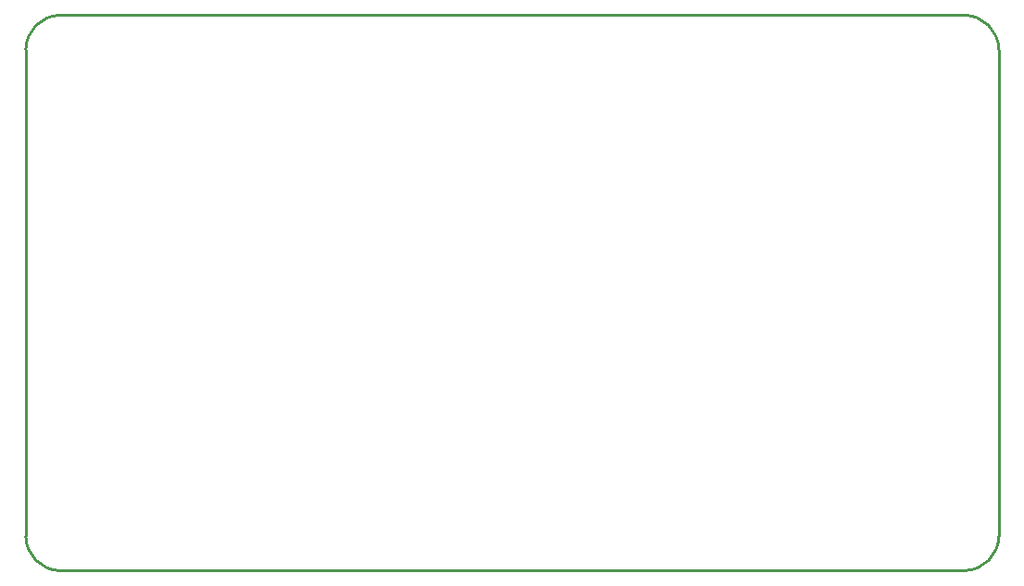
<source format=gbr>
%TF.GenerationSoftware,KiCad,Pcbnew,6.0.11-2627ca5db0~126~ubuntu20.04.1*%
%TF.CreationDate,2023-07-21T22:08:41+02:00*%
%TF.ProjectId,Demo Board v2,44656d6f-2042-46f6-9172-642076322e6b,rev?*%
%TF.SameCoordinates,Original*%
%TF.FileFunction,Profile,NP*%
%FSLAX46Y46*%
G04 Gerber Fmt 4.6, Leading zero omitted, Abs format (unit mm)*
G04 Created by KiCad (PCBNEW 6.0.11-2627ca5db0~126~ubuntu20.04.1) date 2023-07-21 22:08:41*
%MOMM*%
%LPD*%
G01*
G04 APERTURE LIST*
%TA.AperFunction,Profile*%
%ADD10C,0.254000*%
%TD*%
G04 APERTURE END LIST*
D10*
X107226100Y-79603600D02*
G75*
G03*
X104051100Y-82778600I0J-3175000D01*
G01*
X189776100Y-79603600D02*
X107226100Y-79603600D01*
X107226100Y-130403600D02*
X189776100Y-130403600D01*
X104051100Y-82778600D02*
X104051100Y-127228600D01*
X104051100Y-127228600D02*
G75*
G03*
X107226100Y-130403600I3175000J0D01*
G01*
X192951100Y-82778600D02*
G75*
G03*
X189776100Y-79603600I-3175000J0D01*
G01*
X192951100Y-127228600D02*
X192951100Y-82778600D01*
X189776100Y-130403600D02*
G75*
G03*
X192951100Y-127228600I0J3175000D01*
G01*
M02*

</source>
